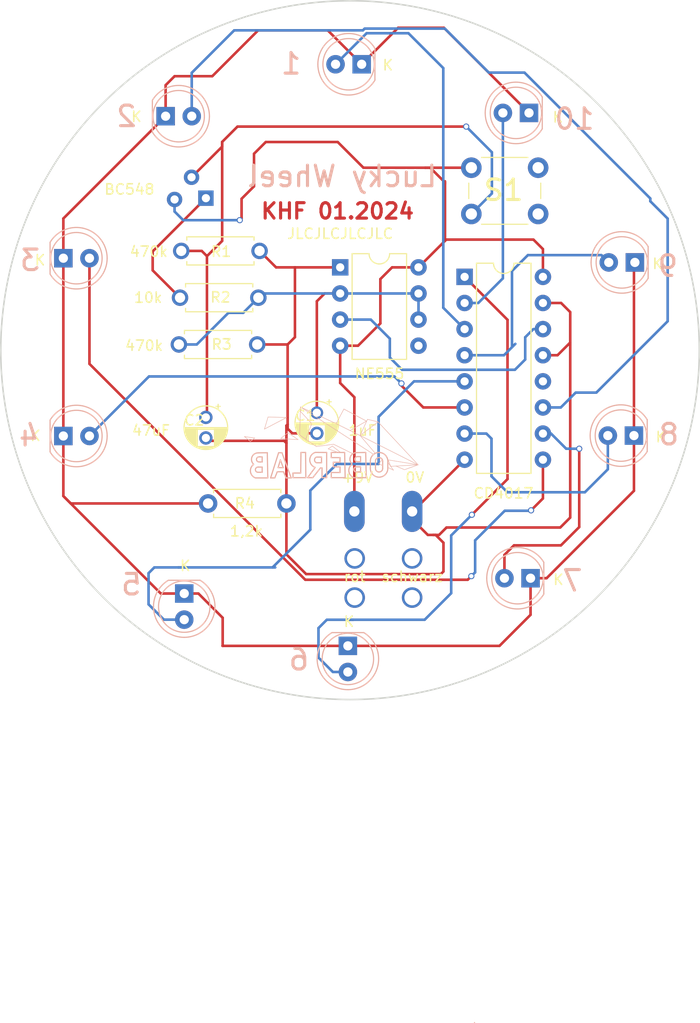
<source format=kicad_pcb>
(kicad_pcb (version 20240108) (generator "pcbnew") (generator_version "8.0")
  (layers (0 "F.Cu" signal) (31 "B.Cu" signal) (34 "B.Paste" user) (35 "F.Paste" user) (36 "B.SilkS" user "B.Silkscreen") (37 "F.SilkS" user "F.Silkscreen") (38 "B.Mask" user) (39 "F.Mask" user) (44 "Edge.Cuts" user))
  (net 0 "")
  (net 1 "Net-(C1-Pad1)")
  (net 2 "Net-(C1-Pad2)")
  (net 3 "Net-(C2-Pad1)")
  (net 4 "Net-(D1-Pad2)")
  (net 5 "Net-(D2-Pad2)")
  (net 6 "Net-(D3-Pad2)")
  (net 7 "Net-(D4-Pad2)")
  (net 8 "Net-(D10-Pad1)")
  (net 9 "Net-(D5-Pad2)")
  (net 10 "Net-(D6-Pad2)")
  (net 11 "Net-(D7-Pad2)")
  (net 12 "Net-(D8-Pad2)")
  (net 13 "Net-(D9-Pad2)")
  (net 14 "Net-(D10-Pad2)")
  (net 15 "Net-(Q1-Pad1)")
  (net 16 "Net-(Q1-Pad3)")
  (net 17 "Net-(U2-Pad5)")
  (net 18 "Net-(U2-Pad3)")
  (net 19 "Net-(U3-Pad12)")
  (footprint "Capacitor_THT:CP_Radial_D4.0mm_P2.00mm" (layer "F.Cu") (at 69.47 80.83 -90)
    (property "Reference" "C1" (at 0.28 1.12 180) (layer "F.SilkS"))
    (property "Value" "1uF" (at 1.72 -4.444 180) (layer "F.SilkS"))
    (pad "1" thru_hole circle (at 0 0 270) (size 1.23 1.23) (drill 0.8) (layers "*.Cu" "*.Mask") (net 1 "Net-(C1-Pad1)"))
    (pad "2" thru_hole circle (at 2 0 270) (size 1.3 1.3) (drill 0.8) (layers "*.Cu" "*.Mask") (net 2 "Net-(C1-Pad2)"))
  )
  (footprint "Resistor_THT:R_Axial_DIN0207_L6.3mm_D2.5mm_P7.62mm_Horizontal" (layer "F.Cu") (at 56.16 69.64)
    (property "Reference" "R2" (at 3.93 -0.04 0) (layer "F.SilkS"))
    (property "Value" "10k" (at -3.1 -0.01 0) (layer "F.SilkS"))
    (pad "1" thru_hole circle (at 0 0) (size 1.6 1.6) (drill 1) (layers "*.Cu" "*.Mask") (net 15 "Net-(Q1-Pad1)"))
    (pad "2" thru_hole oval (at 7.62 0) (size 1.6 1.6) (drill 1) (layers "*.Cu" "*.Mask") (net 1 "Net-(C1-Pad1)"))
  )
  (footprint "Resistor_THT:R_Axial_DIN0207_L6.3mm_D2.5mm_P7.62mm_Horizontal" (layer "F.Cu") (at 56.05 74.19)
    (property "Reference" "R3" (at 4.16 -0.01 0) (layer "F.SilkS"))
    (property "Value" "470k" (at -3.39 0.11 0) (layer "F.SilkS"))
    (pad "1" thru_hole circle (at 0 0) (size 1.6 1.6) (drill 1) (layers "*.Cu" "*.Mask") (net 1 "Net-(C1-Pad1)"))
    (pad "2" thru_hole oval (at 7.62 0) (size 1.6 1.6) (drill 1) (layers "*.Cu" "*.Mask") (net 2 "Net-(C1-Pad2)"))
  )
  (footprint "Resistor_THT:R_Axial_DIN0207_L6.3mm_D2.5mm_P7.62mm_Horizontal" (layer "F.Cu") (at 58.89 89.65)
    (property "Reference" "R4" (at 3.57 -0.01 0) (layer "F.SilkS"))
    (property "Value" "1,2k" (at 3.73 2.7 0) (layer "F.SilkS"))
    (pad "1" thru_hole circle (at 0 0) (size 1.8 1.8) (drill 1) (layers "*.Cu" "*.Mask") (net 8 "Net-(D10-Pad1)"))
    (pad "2" thru_hole oval (at 7.62 0) (size 1.8 1.8) (drill 1) (layers "*.Cu" "*.Mask") (net 2 "Net-(C1-Pad2)"))
  )
  (footprint "KHF_LIB:LP" (layer "F.Cu") (at 73.12 90.424)
    (property "Reference" "+9V" (at 0.286 -3.302 0) (layer "F.SilkS"))
    (property "Value" "LP")
    (pad "1" thru_hole oval (at 0 0) (size 2 4) (drill 1) (layers "*.Cu" "*.Mask") (net 16 "Net-(Q1-Pad3)"))
  )
  (footprint "Package_DIP:DIP-8_W7.62mm" (layer "F.Cu") (at 71.74 66.69)
    (property "Reference" "U2")
    (property "Value" "NE555" (at 3.83 10.35 0) (layer "F.SilkS"))
    (pad "1" thru_hole rect (at 0 0) (size 1.6 1.6) (drill 0.8) (layers "*.Cu" "*.Mask") (net 2 "Net-(C1-Pad2)"))
    (pad "2" thru_hole oval (at 0 2.54) (size 1.6 1.6) (drill 0.8) (layers "*.Cu" "*.Mask") (net 1 "Net-(C1-Pad1)"))
    (pad "3" thru_hole oval (at 0 5.08) (size 1.6 1.6) (drill 0.8) (layers "*.Cu" "*.Mask") (net 18 "Net-(U2-Pad3)"))
    (pad "4" thru_hole oval (at 0 7.62) (size 1.6 1.6) (drill 0.8) (layers "*.Cu" "*.Mask") (net 16 "Net-(Q1-Pad3)"))
    (pad "5" thru_hole oval (at 7.62 7.62) (size 1.6 1.6) (drill 0.8) (layers "*.Cu" "*.Mask") (net 17 "Net-(U2-Pad5)"))
    (pad "6" thru_hole oval (at 7.62 5.08) (size 1.6 1.6) (drill 0.8) (layers "*.Cu" "*.Mask") (net 1 "Net-(C1-Pad1)"))
    (pad "7" thru_hole oval (at 7.62 2.54) (size 1.6 1.6) (drill 0.8) (layers "*.Cu" "*.Mask") (net 1 "Net-(C1-Pad1)"))
    (pad "8" thru_hole oval (at 7.62 0) (size 1.6 1.6) (drill 0.8) (layers "*.Cu" "*.Mask") (net 16 "Net-(Q1-Pad3)"))
  )
  (footprint "Package_DIP:DIP-16_W7.62mm" (layer "F.Cu") (at 83.845001 67.615001)
    (property "Reference" "U3")
    (property "Value" "CD4017" (at 3.784999 21.044999 0) (layer "F.SilkS"))
    (pad "1" thru_hole rect (at 0 0) (size 1.6 1.6) (drill 0.8) (layers "*.Cu" "*.Mask") (net 10 "Net-(D6-Pad2)"))
    (pad "2" thru_hole oval (at 0 2.54) (size 1.6 1.6) (drill 0.8) (layers "*.Cu" "*.Mask") (net 5 "Net-(D2-Pad2)"))
    (pad "3" thru_hole oval (at 0 5.08) (size 1.6 1.6) (drill 0.8) (layers "*.Cu" "*.Mask") (net 4 "Net-(D1-Pad2)"))
    (pad "4" thru_hole oval (at 0 7.62) (size 1.6 1.6) (drill 0.8) (layers "*.Cu" "*.Mask") (net 6 "Net-(D3-Pad2)"))
    (pad "5" thru_hole oval (at 0 10.16) (size 1.6 1.6) (drill 0.8) (layers "*.Cu" "*.Mask") (net 11 "Net-(D7-Pad2)"))
    (pad "6" thru_hole oval (at 0 12.7) (size 1.6 1.6) (drill 0.8) (layers "*.Cu" "*.Mask") (net 12 "Net-(D8-Pad2)"))
    (pad "7" thru_hole oval (at 0 15.24) (size 1.6 1.6) (drill 0.8) (layers "*.Cu" "*.Mask") (net 7 "Net-(D4-Pad2)"))
    (pad "8" thru_hole oval (at 0 17.78) (size 1.6 1.6) (drill 0.8) (layers "*.Cu" "*.Mask") (net 2 "Net-(C1-Pad2)"))
    (pad "9" thru_hole oval (at 7.62 17.78) (size 1.6 1.6) (drill 0.8) (layers "*.Cu" "*.Mask") (net 13 "Net-(D9-Pad2)"))
    (pad "10" thru_hole oval (at 7.62 15.24) (size 1.6 1.6) (drill 0.8) (layers "*.Cu" "*.Mask") (net 9 "Net-(D5-Pad2)"))
    (pad "11" thru_hole oval (at 7.62 12.7) (size 1.6 1.6) (drill 0.8) (layers "*.Cu" "*.Mask") (net 14 "Net-(D10-Pad2)"))
    (pad "12" thru_hole oval (at 7.62 10.16) (size 1.6 1.6) (drill 0.8) (layers "*.Cu" "*.Mask") (net 19 "Net-(U3-Pad12)"))
    (pad "13" thru_hole oval (at 7.62 7.62) (size 1.6 1.6) (drill 0.8) (layers "*.Cu" "*.Mask") (net 2 "Net-(C1-Pad2)"))
    (pad "14" thru_hole oval (at 7.62 5.08) (size 1.6 1.6) (drill 0.8) (layers "*.Cu" "*.Mask") (net 18 "Net-(U2-Pad3)"))
    (pad "15" thru_hole oval (at 7.62 2.54) (size 1.6 1.6) (drill 0.8) (layers "*.Cu" "*.Mask") (net 2 "Net-(C1-Pad2)"))
    (pad "16" thru_hole oval (at 7.62 0) (size 1.6 1.6) (drill 0.8) (layers "*.Cu" "*.Mask") (net 16 "Net-(Q1-Pad3)"))
  )
  (footprint "KHF_LIB:LP" (layer "F.Cu") (at 78.74 90.424)
    (property "Reference" "0V" (at 0.26 -3.302 0) (layer "F.SilkS"))
    (property "Value" "LP_GND")
    (pad "1" thru_hole oval (at 0 0) (size 2 4) (drill 1) (layers "*.Cu" "*.Mask") (net 2 "Net-(C1-Pad2)"))
  )
  (footprint "Button_Switch_THT:SW_PUSH_6mm_H5mm" (layer "F.Cu") (at 84.5 57)
    (property "Reference" "S1" (at 3.13 2.182 0) (layer "F.SilkS") (effects (font (size 2 2) (thickness 0.3))))
    (property "Value" "SW_PUSH_6mm_H5mm")
    (pad "1" thru_hole circle (at 0 0 90) (size 2 2) (drill 1.1) (layers "*.Cu" "*.Mask") (net 16 "Net-(Q1-Pad3)"))
    (pad "1" thru_hole circle (at 6.5 0 90) (size 2 2) (drill 1.1) (layers "*.Cu" "*.Mask"))
    (pad "2" thru_hole circle (at 0 4.5 90) (size 2 2) (drill 1.1) (layers "*.Cu" "*.Mask") (net 3 "Net-(C2-Pad1)"))
    (pad "2" thru_hole circle (at 6.5 4.5 90) (size 2 2) (drill 1.1) (layers "*.Cu" "*.Mask"))
  )
  (footprint "Capacitor_THT:CP_Radial_D4.0mm_P2.00mm" (layer "F.Cu") (at 58.674 81.28 -90)
    (property "Reference" "C2" (at 0.28 1.12 180) (layer "F.SilkS"))
    (property "Value" "47uF" (at 1.27 5.334 180) (layer "F.SilkS"))
    (pad "1" thru_hole circle (at 0 0 270) (size 1.3 1.3) (drill 0.8) (layers "*.Cu" "*.Mask") (net 3 "Net-(C2-Pad1)"))
    (pad "2" thru_hole circle (at 2 0 270) (size 1.3 1.3) (drill 0.8) (layers "*.Cu" "*.Mask") (net 2 "Net-(C1-Pad2)"))
  )
  (footprint "!Goody:LP" (layer "F.Cu") (at 73.152 98.806)
    (property "Reference" "LP")
    (property "Value" "LP")
    (pad "1" thru_hole circle (at 0 0) (size 2 2) (drill 1.5) (layers "*.Cu" "*.Mask"))
  )
  (footprint "!Goody:LP" (layer "F.Cu") (at 78.74 98.806)
    (property "Reference" "LP")
    (property "Value" "LP")
    (pad "1" thru_hole circle (at 0 0) (size 2 2) (drill 1.5) (layers "*.Cu" "*.Mask"))
  )
  (footprint "!Goody:LP" (layer "F.Cu") (at 78.74 94.996)
    (property "Reference" "LP")
    (property "Value" "LP")
    (pad "1" thru_hole circle (at 0 0) (size 2 2) (drill 1.5) (layers "*.Cu" "*.Mask"))
  )
  (footprint "!Goody:ob-logo_B.SilkS" (layer "F.Cu") (at 76.2 101.092)
    (property "Reference" "G***" (hide yes))
    (property "Value" "LOGO" (hide yes))
  )
  (footprint "Resistor_THT:R_Axial_DIN0207_L6.3mm_D2.5mm_P7.62mm_Horizontal" (layer "F.Cu") (at 56.28 65.09)
    (property "Reference" "R1" (at 3.88 0.07 0) (layer "F.SilkS"))
    (property "Value" "470k" (at -3.16 0.07 0) (layer "F.SilkS"))
    (pad "1" thru_hole circle (at 0 0) (size 1.6 1.6) (drill 1) (layers "*.Cu" "*.Mask") (net 3 "Net-(C2-Pad1)"))
    (pad "2" thru_hole oval (at 7.62 0) (size 1.6 1.6) (drill 1) (layers "*.Cu" "*.Mask") (net 2 "Net-(C1-Pad2)"))
  )
  (footprint "!Goody:LP" (layer "F.Cu") (at 73.152 94.996)
    (property "Reference" "LP")
    (property "Value" "LP")
    (pad "1" thru_hole circle (at 0 0) (size 2 2) (drill 1.5) (layers "*.Cu" "*.Mask"))
  )
  (footprint "LED_THT:LED_D5.0mm" (layer "B.Cu") (at 73.83 46.94 180)
    (property "Reference" "1" (at 6.87 0.05 0) (layer "B.SilkS") (effects (font (size 2 2) (thickness 0.3)) (justify mirror)))
    (property "Value" "LED")
    (pad "1" thru_hole rect (at 0 0 180) (size 1.8 1.8) (drill 0.9) (layers "*.Cu" "*.Mask") (net 8 "Net-(D10-Pad1)"))
    (pad "2" thru_hole circle (at 2.54 0 180) (size 1.8 1.8) (drill 0.9) (layers "*.Cu" "*.Mask") (net 4 "Net-(D1-Pad2)"))
  )
  (footprint "LED_THT:LED_D5.0mm" (layer "B.Cu") (at 90.11 51.67 180)
    (property "Reference" "2" (at 39.16 -0.33 0) (layer "B.SilkS") (effects (font (size 2 2) (thickness 0.3)) (justify mirror)))
    (property "Value" "LED")
    (pad "1" thru_hole rect (at 0 0 180) (size 1.8 1.8) (drill 0.9) (layers "*.Cu" "*.Mask") (net 8 "Net-(D10-Pad1)"))
    (pad "2" thru_hole circle (at 2.54 0 180) (size 1.8 1.8) (drill 0.9) (layers "*.Cu" "*.Mask") (net 5 "Net-(D2-Pad2)"))
  )
  (footprint "LED_THT:LED_D5.0mm" (layer "B.Cu") (at 100.41 66.21 180)
    (property "Reference" "3" (at 58.84 0.21 0) (layer "B.SilkS") (effects (font (size 2 2) (thickness 0.3)) (justify mirror)))
    (property "Value" "LED")
    (pad "1" thru_hole rect (at 0 0 180) (size 1.8 1.8) (drill 0.9) (layers "*.Cu" "*.Mask") (net 8 "Net-(D10-Pad1)"))
    (pad "2" thru_hole circle (at 2.54 0 180) (size 1.8 1.8) (drill 0.9) (layers "*.Cu" "*.Mask") (net 6 "Net-(D3-Pad2)"))
  )
  (footprint "LED_THT:LED_D5.0mm" (layer "B.Cu") (at 100.32 83.05 180)
    (property "Reference" "4" (at 58.85 0 0) (layer "B.SilkS") (effects (font (size 2 2) (thickness 0.3)) (justify mirror)))
    (property "Value" "LED")
    (pad "1" thru_hole rect (at 0 0 180) (size 1.8 1.8) (drill 0.9) (layers "*.Cu" "*.Mask") (net 8 "Net-(D10-Pad1)"))
    (pad "2" thru_hole circle (at 2.54 0 180) (size 1.8 1.8) (drill 0.9) (layers "*.Cu" "*.Mask") (net 7 "Net-(D4-Pad2)"))
  )
  (footprint "LED_THT:LED_D5.0mm" (layer "B.Cu") (at 90.26 96.92 180)
    (property "Reference" "5" (at 38.84 -0.62 0) (layer "B.SilkS") (effects (font (size 2 2) (thickness 0.3)) (justify mirror)))
    (property "Value" "LED")
    (pad "1" thru_hole rect (at 0 0 180) (size 1.8 1.8) (drill 0.9) (layers "*.Cu" "*.Mask") (net 8 "Net-(D10-Pad1)"))
    (pad "2" thru_hole circle (at 2.54 0 180) (size 1.8 1.8) (drill 0.9) (layers "*.Cu" "*.Mask") (net 9 "Net-(D5-Pad2)"))
  )
  (footprint "LED_THT:LED_D5.0mm" (layer "B.Cu") (at 72.49 103.5 -90)
    (property "Reference" "6" (at 1.34 4.77 180) (layer "B.SilkS") (effects (font (size 2 2) (thickness 0.3)) (justify mirror)))
    (property "Value" "LED")
    (pad "1" thru_hole rect (at 0 0 270) (size 1.8 1.8) (drill 0.9) (layers "*.Cu" "*.Mask") (net 8 "Net-(D10-Pad1)"))
    (pad "2" thru_hole circle (at 2.54 0 270) (size 1.8 1.8) (drill 0.9) (layers "*.Cu" "*.Mask") (net 10 "Net-(D6-Pad2)"))
  )
  (footprint "LED_THT:LED_D5.0mm" (layer "B.Cu") (at 56.57 98.41 -90)
    (property "Reference" "7" (at -1.24 -37.77 180) (layer "B.SilkS") (effects (font (size 2 2) (thickness 0.3)) (justify mirror)))
    (property "Value" "LED")
    (pad "1" thru_hole rect (at 0 0 270) (size 1.8 1.8) (drill 0.9) (layers "*.Cu" "*.Mask") (net 8 "Net-(D10-Pad1)"))
    (pad "2" thru_hole circle (at 2.54 0 270) (size 1.8 1.8) (drill 0.9) (layers "*.Cu" "*.Mask") (net 11 "Net-(D7-Pad2)"))
  )
  (footprint "LED_THT:LED_D5.0mm" (layer "B.Cu") (at 44.81 83.09)
    (property "Reference" "8" (at 58.91 -0.14 0) (layer "B.SilkS") (effects (font (size 2 2) (thickness 0.3)) (justify mirror)))
    (property "Value" "LED")
    (pad "1" thru_hole rect (at 0 0) (size 1.8 1.8) (drill 0.9) (layers "*.Cu" "*.Mask") (net 8 "Net-(D10-Pad1)"))
    (pad "2" thru_hole circle (at 2.54 0) (size 1.8 1.8) (drill 0.9) (layers "*.Cu" "*.Mask") (net 12 "Net-(D8-Pad2)"))
  )
  (footprint "LED_THT:LED_D5.0mm" (layer "B.Cu") (at 44.81 65.8)
    (property "Reference" "9" (at 58.81 0.76 0) (layer "B.SilkS") (effects (font (size 2 2) (thickness 0.3)) (justify mirror)))
    (property "Value" "LED")
    (pad "1" thru_hole rect (at 0 0) (size 1.8 1.8) (drill 0.9) (layers "*.Cu" "*.Mask") (net 8 "Net-(D10-Pad1)"))
    (pad "2" thru_hole circle (at 2.54 0) (size 1.8 1.8) (drill 0.9) (layers "*.Cu" "*.Mask") (net 13 "Net-(D9-Pad2)"))
  )
  (footprint "LED_THT:LED_D5.0mm" (layer "B.Cu") (at 54.76 51.99)
    (property "Reference" "10" (at 39.77 0.27 0) (layer "B.SilkS") (effects (font (size 2 2) (thickness 0.3)) (justify mirror)))
    (property "Value" "LED")
    (pad "1" thru_hole rect (at 0 0) (size 1.8 1.8) (drill 0.9) (layers "*.Cu" "*.Mask") (net 8 "Net-(D10-Pad1)"))
    (pad "2" thru_hole circle (at 2.54 0) (size 1.8 1.8) (drill 0.9) (layers "*.Cu" "*.Mask") (net 14 "Net-(D10-Pad2)"))
  )
  (footprint "!Goody:TO-92_Wide" (layer "B.Cu") (at 59.82 59.58 180)
    (property "Reference" "REF**" (hide yes))
    (property "Value" "TO-92")
    (pad "1" thru_hole rect (at 1.143 -0.381 180) (size 1.5 1.5) (drill 0.8) (layers "*.Cu" "*.Mask") (net 15 "Net-(Q1-Pad1)"))
    (pad "2" thru_hole circle (at 2.54 1.651 180) (size 1.5 1.5) (drill 0.8) (layers "*.Cu" "*.Mask") (net 3 "Net-(C2-Pad1)"))
    (pad "3" thru_hole circle (at 4.191 -0.508 180) (size 1.5 1.5) (drill 0.8) (layers "*.Cu" "*.Mask") (net 16 "Net-(Q1-Pad3)"))
  )
  (gr_circle (center 72.7 74.742299) (end 42.51 59.152299) (stroke (width 0.15)) (fill none) (layer "Edge.Cuts"))
  (gr_text "KHF 01.2024" (at 63.89 62.1 0) (layer "F.Cu") (effects (font (size 1.5 1.5) (thickness 0.3) (bold yes)) (justify left bottom)))
  (gr_text "Lucky Wheel" (at 71.94 57.84 0) (layer "B.SilkS") (effects (font (size 2 2) (thickness 0.3)) (justify mirror)))
  (gr_text "K" (at 51.92 52.04 0) (layer "F.SilkS") (effects (font (size 1 1))))
  (gr_text "K" (at 72.595 101.14 0) (layer "F.SilkS") (effects (font (size 1 1))))
  (gr_text "K" (at 92.92 52.09 0) (layer "F.SilkS") (effects (font (size 1 1))))
  (gr_text "schwarz" (at 78.74 96.774 0) (layer "F.SilkS") (effects (font (size 1 1))))
  (gr_text "K" (at 42.095 83.065 0) (layer "F.SilkS") (effects (font (size 1 1))))
  (gr_text "rot" (at 73.152 96.774 0) (layer "F.SilkS") (effects (font (size 1 1))))
  (gr_text "K" (at 92.97 97.065 0) (layer "F.SilkS") (effects (font (size 1 1))))
  (gr_text "K" (at 102.945 83.19 0) (layer "F.SilkS") (effects (font (size 1 1))))
  (gr_text "K" (at 76.375 47.025 0) (layer "F.SilkS") (effects (font (size 1 1))))
  (gr_text "K" (at 42.545 65.99 0) (layer "F.SilkS") (effects (font (size 1 1))))
  (gr_text "BC548" (at 48.71 59.69 0) (layer "F.SilkS") (effects (font (size 1 1)) (justify left bottom)))
  (gr_text "K" (at 102.62 66.34 0) (layer "F.SilkS") (effects (font (size 1 1))))
  (gr_text "K" (at 56.67 95.715 0) (layer "F.SilkS") (effects (font (size 1 1))))
  (gr_text "JLCJLCJLCJLC" (at 66.5 64 0) (layer "F.SilkS") (effects (font (size 1 1)) (justify left bottom)))
  (segment (start 69.47 69.99) (end 69.47 80.83) (width 0.25) (layer "F.Cu") (net 1))
  (segment (start 70.23 69.23) (end 69.47 69.99) (width 0.25) (layer "F.Cu") (net 1))
  (segment (start 71.74 69.23) (end 70.23 69.23) (width 0.25) (layer "F.Cu") (net 1))
  (segment (start 71.74 69.23) (end 79.36 69.23) (width 0.25) (layer "B.Cu") (net 1))
  (segment (start 57.79 74.19) (end 60.87 71.11) (width 0.25) (layer "B.Cu") (net 1))
  (segment (start 64.19 69.23) (end 63.78 69.64) (width 0.25) (layer "B.Cu") (net 1))
  (segment (start 62.31 71.11) (end 63.78 69.64) (width 0.25) (layer "B.Cu") (net 1))
  (segment (start 71.74 69.23) (end 64.19 69.23) (width 0.25) (layer "B.Cu") (net 1))
  (segment (start 79.36 69.23) (end 79.36 71.77) (width 0.25) (layer "B.Cu") (net 1))
  (segment (start 60.87 71.11) (end 62.31 71.11) (width 0.25) (layer "B.Cu") (net 1))
  (segment (start 56.05 74.19) (end 57.79 74.19) (width 0.25) (layer "B.Cu") (net 1))
  (segment (start 66.51 94.6) (end 66.51 89.65) (width 0.25) (layer "F.Cu") (net 2))
  (segment (start 66.51 94.6) (end 68.43 96.52) (width 0.25) (layer "F.Cu") (net 2))
  (segment (start 66.51 89.65) (end 66.51 83.78) (width 0.25) (layer "F.Cu") (net 2))
  (segment (start 71.74 66.69) (end 67.34 66.69) (width 0.25) (layer "F.Cu") (net 2))
  (segment (start 66.51 82.08) (end 66.63 81.96) (width 0.25) (layer "F.Cu") (net 2))
  (segment (start 76.708 96.52) (end 68.43 96.52) (width 0.25) (layer "F.Cu") (net 2))
  (segment (start 94.12 71.04) (end 94.12 74) (width 0.25) (layer "F.Cu") (net 2))
  (segment (start 76.708 96.52) (end 81.534 96.52) (width 0.25) (layer "F.Cu") (net 2))
  (segment (start 78.74 90.500002) (end 83.845001 85.395001) (width 0.25) (layer "F.Cu") (net 2))
  (segment (start 81.534 96.52) (end 81.788 96.266) (width 0.25) (layer "F.Cu") (net 2))
  (segment (start 76.962 96.52) (end 76.708 96.52) (width 0.25) (layer "F.Cu") (net 2))
  (segment (start 66.51 83.78) (end 66.51 82.08) (width 0.25) (layer "F.Cu") (net 2))
  (segment (start 66.29 83.56) (end 66.51 83.78) (width 0.25) (layer "F.Cu") (net 2))
  (segment (start 66.63 81.96) (end 66.63 82.38) (width 0.25) (layer "F.Cu") (net 2))
  (segment (start 81.026 92.71) (end 80.772 92.71) (width 0.25) (layer "F.Cu") (net 2))
  (segment (start 66.63 74.19) (end 67.34 73.48) (width 0.25) (layer "F.Cu") (net 2))
  (segment (start 81.364 92.71) (end 80.772 92.71) (width 0.25) (layer "F.Cu") (net 2))
  (segment (start 81.788 96.266) (end 81.788 93.472) (width 0.25) (layer "F.Cu") (net 2))
  (segment (start 78.74 91.186) (end 78.74 90.424) (width 0.25) (layer "F.Cu") (net 2))
  (segment (start 93.15 91.99) (end 82.084 91.99) (width 0.25) (layer "F.Cu") (net 2))
  (segment (start 82.084 91.99) (end 81.364 92.71) (width 0.25) (layer "F.Cu") (net 2))
  (segment (start 67.34 73.48) (end 67.34 66.69) (width 0.25) (layer "F.Cu") (net 2))
  (segment (start 93.235001 70.155001) (end 94.12 71.04) (width 0.25) (layer "F.Cu") (net 2))
  (segment (start 92.884999 75.235001) (end 91.465001 75.235001) (width 0.25) (layer "F.Cu") (net 2))
  (segment (start 58.954 83.56) (end 58.674 83.28) (width 0.25) (layer "F.Cu") (net 2))
  (segment (start 91.465001 70.155001) (end 93.235001 70.155001) (width 0.25) (layer "F.Cu") (net 2))
  (segment (start 67.34 66.69) (end 65.5 66.69) (width 0.25) (layer "F.Cu") (net 2))
  (segment (start 66.63 82.38) (end 67.08 82.83) (width 0.25) (layer "F.Cu") (net 2))
  (segment (start 80.772 92.71) (end 80.264 92.71) (width 0.25) (layer "F.Cu") (net 2))
  (segment (start 94.12 74) (end 94.12 91.02) (width 0.25) (layer "F.Cu") (net 2))
  (segment (start 94.12 91.02) (end 93.15 91.99) (width 0.25) (layer "F.Cu") (net 2))
  (segment (start 66.29 83.56) (end 58.954 83.56) (width 0.25) (layer "F.Cu") (net 2))
  (segment (start 66.63 74.19) (end 66.63 81.96) (width 0.25) (layer "F.Cu") (net 2))
  (segment (start 94.12 74) (end 92.884999 75.235001) (width 0.25) (layer "F.Cu") (net 2))
  (segment (start 81.788 93.472) (end 81.026 92.71) (width 0.25) (layer "F.Cu") (net 2))
  (segment (start 65.5 66.69) (end 63.9 65.09) (width 0.25) (layer "F.Cu") (net 2))
  (segment (start 63.67 74.19) (end 66.63 74.19) (width 0.25) (layer "F.Cu") (net 2))
  (segment (start 67.08 82.83) (end 69.47 82.83) (width 0.25) (layer "F.Cu") (net 2))
  (segment (start 80.264 92.71) (end 78.74 91.186) (width 0.25) (layer "F.Cu") (net 2))
  (segment (start 58.27 65.09) (end 58.78 65.6) (width 0.25) (layer "F.Cu") (net 3))
  (segment (start 58.78 81.174) (end 58.674 81.28) (width 0.25) (layer "F.Cu") (net 3))
  (segment (start 56.28 65.09) (end 58.27 65.09) (width 0.25) (layer "F.Cu") (net 3))
  (segment (start 61.75 53) (end 60.26 54.49) (width 0.25) (layer "F.Cu") (net 3))
  (segment (start 60.26 54.949) (end 60.26 54.49) (width 0.25) (layer "F.Cu") (net 3))
  (segment (start 60.26 64.12) (end 58.78 65.6) (width 0.25) (layer "F.Cu") (net 3))
  (segment (start 58.78 65.6) (end 58.78 81.174) (width 0.25) (layer "F.Cu") (net 3))
  (segment (start 57.28 57.929) (end 60.26 54.949) (width 0.25) (layer "F.Cu") (net 3))
  (segment (start 60.26 54.49) (end 60.26 64.12) (width 0.25) (layer "F.Cu") (net 3))
  (segment (start 84 53) (end 61.75 53) (width 0.25) (layer "F.Cu") (net 3))
  (via (at 84 53) (size 0.6) (drill 0.4) (layers "F.Cu" "B.Cu") (net 3))
  (segment (start 86.5 59.5) (end 86.5 56) (width 0.25) (layer "B.Cu") (net 3))
  (segment (start 86.5 56) (end 86.5 55.5) (width 0.25) (layer "B.Cu") (net 3))
  (segment (start 84.5 61.5) (end 86.5 59.5) (width 0.25) (layer "B.Cu") (net 3))
  (segment (start 86.5 55.5) (end 84 53) (width 0.25) (layer "B.Cu") (net 3))
  (segment (start 81.77 70.62) (end 83.845001 72.695001) (width 0.25) (layer "B.Cu") (net 4))
  (segment (start 78.38 43.92) (end 81.77 47.31) (width 0.25) (layer "B.Cu") (net 4))
  (segment (start 81.77 47.31) (end 81.77 70.62) (width 0.25) (layer "B.Cu") (net 4))
  (segment (start 71.29 46.94) (end 74.31 43.92) (width 0.25) (layer "B.Cu") (net 4))
  (segment (start 74.31 43.92) (end 78.38 43.92) (width 0.25) (layer "B.Cu") (net 4))
  (segment (start 87.57 51.67) (end 87.57 67.76) (width 0.25) (layer "B.Cu") (net 5))
  (segment (start 87.57 67.76) (end 85.174999 70.155001) (width 0.25) (layer "B.Cu") (net 5))
  (segment (start 85.174999 70.155001) (end 83.845001 70.155001) (width 0.25) (layer "B.Cu") (net 5))
  (segment (start 97.16 65.5) (end 97.87 66.21) (width 0.25) (layer "B.Cu") (net 6))
  (segment (start 88.455 74.455) (end 88.455 67.045) (width 0.25) (layer "B.Cu") (net 6))
  (segment (start 88.78 74.13) (end 88.455 74.455) (width 0.25) (layer "B.Cu") (net 6))
  (segment (start 88.455 67.045) (end 90 65.5) (width 0.25) (layer "B.Cu") (net 6))
  (segment (start 88.455 74.455) (end 87.674999 75.235001) (width 0.25) (layer "B.Cu") (net 6))
  (segment (start 87.674999 75.235001) (end 83.845001 75.235001) (width 0.25) (layer "B.Cu") (net 6))
  (segment (start 90 65.5) (end 97.16 65.5) (width 0.25) (layer "B.Cu") (net 6))
  (segment (start 97.78 83.05) (end 97.78 86.33) (width 0.25) (layer "B.Cu") (net 7))
  (segment (start 86.46 87.01) (end 86.46 83.35) (width 0.25) (layer "B.Cu") (net 7))
  (segment (start 86.46 83.35) (end 85.965001 82.855001) (width 0.25) (layer "B.Cu") (net 7))
  (segment (start 85.965001 82.855001) (end 83.845001 82.855001) (width 0.25) (layer "B.Cu") (net 7))
  (segment (start 97.78 86.33) (end 95.55 88.56) (width 0.25) (layer "B.Cu") (net 7))
  (segment (start 88.01 88.56) (end 86.46 87.01) (width 0.25) (layer "B.Cu") (net 7))
  (segment (start 95.55 88.56) (end 88.01 88.56) (width 0.25) (layer "B.Cu") (net 7))
  (segment (start 100.32 83.05) (end 100.32 66.3) (width 0.25) (layer "F.Cu") (net 8))
  (segment (start 90.26 100.48) (end 87.24 103.5) (width 0.25) (layer "F.Cu") (net 8))
  (segment (start 57.95 98.41) (end 60.31 100.77) (width 0.25) (layer "F.Cu") (net 8))
  (segment (start 58.89 89.65) (end 45.53 89.65) (width 0.25) (layer "F.Cu") (net 8))
  (segment (start 54.76 48.97) (end 54.76 51.99) (width 0.25) (layer "F.Cu") (net 8))
  (segment (start 54.29 98.41) (end 56.57 98.41) (width 0.25) (layer "F.Cu") (net 8))
  (segment (start 45.53 89.65) (end 44.925 89.045) (width 0.25) (layer "F.Cu") (net 8))
  (segment (start 90.26 96.92) (end 90.26 100.48) (width 0.25) (layer "F.Cu") (net 8))
  (segment (start 60.31 100.77) (end 60.31 103.5) (width 0.25) (layer "F.Cu") (net 8))
  (segment (start 44.81 88.93) (end 44.81 83.09) (width 0.25) (layer "F.Cu") (net 8))
  (segment (start 54.29 98.41) (end 44.925 89.045) (width 0.25) (layer "F.Cu") (net 8))
  (segment (start 73.83 46.94) (end 70.53 43.64) (width 0.25) (layer "F.Cu") (net 8))
  (segment (start 59.3 48.1) (end 55.63 48.1) (width 0.25) (layer "F.Cu") (net 8))
  (segment (start 100.32 66.3) (end 100.41 66.21) (width 0.25) (layer "F.Cu") (net 8))
  (segment (start 56.57 98.41) (end 57.95 98.41) (width 0.25) (layer "F.Cu") (net 8))
  (segment (start 44.925 89.045) (end 44.81 88.93) (width 0.25) (layer "F.Cu") (net 8))
  (segment (start 70.53 43.64) (end 63.76 43.64) (width 0.25) (layer "F.Cu") (net 8))
  (segment (start 90.26 96.92) (end 91.82 96.92) (width 0.25) (layer "F.Cu") (net 8))
  (segment (start 81.83 43.39) (end 77.38 43.39) (width 0.25) (layer "F.Cu") (net 8))
  (segment (start 77.38 43.39) (end 73.83 46.94) (width 0.25) (layer "F.Cu") (net 8))
  (segment (start 55.63 48.1) (end 54.76 48.97) (width 0.25) (layer "F.Cu") (net 8))
  (segment (start 100.32 88.42) (end 100.32 83.05) (width 0.25) (layer "F.Cu") (net 8))
  (segment (start 44.81 61.94) (end 54.76 51.99) (width 0.25) (layer "F.Cu") (net 8))
  (segment (start 44.81 65.8) (end 44.81 83.09) (width 0.25) (layer "F.Cu") (net 8))
  (segment (start 63.76 43.64) (end 59.3 48.1) (width 0.25) (layer "F.Cu") (net 8))
  (segment (start 60.31 103.5) (end 60.29 103.5) (width 0.25) (layer "F.Cu") (net 8))
  (segment (start 44.81 65.8) (end 44.81 61.94) (width 0.25) (layer "F.Cu") (net 8))
  (segment (start 72.49 103.5) (end 60.31 103.5) (width 0.25) (layer "F.Cu") (net 8))
  (segment (start 91.82 96.92) (end 100.32 88.42) (width 0.25) (layer "F.Cu") (net 8))
  (segment (start 87.24 103.5) (end 72.49 103.5) (width 0.25) (layer "F.Cu") (net 8))
  (segment (start 90.11 51.67) (end 81.83 43.39) (width 0.25) (layer "F.Cu") (net 8))
  (segment (start 87.72 96.92) (end 87.72 94.652) (width 0.25) (layer "F.Cu") (net 9))
  (segment (start 93.218 93.726) (end 94.996 91.948) (width 0.25) (layer "F.Cu") (net 9))
  (segment (start 87.72 94.652) (end 88.646 93.726) (width 0.25) (layer "F.Cu") (net 9))
  (segment (start 88.646 93.726) (end 93.218 93.726) (width 0.25) (layer "F.Cu") (net 9))
  (segment (start 94.996 91.948) (end 94.996 84.328) (width 0.25) (layer "F.Cu") (net 9))
  (via (at 94.996 84.328) (size 0.6) (drill 0.4) (layers "F.Cu" "B.Cu") (net 9))
  (segment (start 94.996 84.328) (end 93.726 84.328) (width 0.25) (layer "B.Cu") (net 9))
  (segment (start 93.726 84.328) (end 92.253001 82.855001) (width 0.25) (layer "B.Cu") (net 9))
  (segment (start 92.253001 82.855001) (end 91.465001 82.855001) (width 0.25) (layer "B.Cu") (net 9))
  (segment (start 88.02 87.28) (end 84.55 90.75) (width 0.25) (layer "F.Cu") (net 10))
  (segment (start 83.845001 67.615001) (end 88.02 71.79) (width 0.25) (layer "F.Cu") (net 10))
  (segment (start 88.02 71.79) (end 88.02 87.28) (width 0.25) (layer "F.Cu") (net 10))
  (via (at 84.55 90.75) (size 0.6) (drill 0.4) (layers "F.Cu" "B.Cu") (net 10))
  (segment (start 70.44 100.96) (end 73.01 100.96) (width 0.25) (layer "B.Cu") (net 10))
  (segment (start 82.54 98.38) (end 79.96 100.96) (width 0.25) (layer "B.Cu") (net 10))
  (segment (start 69.63 101.77) (end 70.44 100.96) (width 0.25) (layer "B.Cu") (net 10))
  (segment (start 72.49 106.04) (end 71.03 106.04) (width 0.25) (layer "B.Cu") (net 10))
  (segment (start 79.96 100.96) (end 73.01 100.96) (width 0.25) (layer "B.Cu") (net 10))
  (segment (start 82.54 92.76) (end 82.54 98.38) (width 0.25) (layer "B.Cu") (net 10))
  (segment (start 71.03 106.04) (end 69.63 104.64) (width 0.25) (layer "B.Cu") (net 10))
  (segment (start 69.63 104.64) (end 69.63 101.77) (width 0.25) (layer "B.Cu") (net 10))
  (segment (start 73.01 100.96) (end 72.49 100.96) (width 0.25) (layer "B.Cu") (net 10))
  (segment (start 84.55 90.75) (end 82.54 92.76) (width 0.25) (layer "B.Cu") (net 10))
  (segment (start 53.1 96.43) (end 53.66 95.87) (width 0.25) (layer "B.Cu") (net 11))
  (segment (start 65.166 95.87) (end 55.992 95.87) (width 0.25) (layer "B.Cu") (net 11))
  (segment (start 56.57 100.95) (end 54.59 100.95) (width 0.25) (layer "B.Cu") (net 11))
  (segment (start 65.42 95.87) (end 65.166 95.87) (width 0.25) (layer "B.Cu") (net 11))
  (segment (start 75.48 81.22) (end 75.48 85.81) (width 0.25) (layer "B.Cu") (net 11))
  (segment (start 71.416 85.81) (end 68.834 88.392) (width 0.25) (layer "B.Cu") (net 11))
  (segment (start 78.924999 77.775001) (end 83.845001 77.775001) (width 0.25) (layer "B.Cu") (net 11))
  (segment (start 55.992 95.87) (end 56.76 95.87) (width 0.25) (layer "B.Cu") (net 11))
  (segment (start 53.66 95.87) (end 55.992 95.87) (width 0.25) (layer "B.Cu") (net 11))
  (segment (start 75.48 81.22) (end 78.924999 77.775001) (width 0.25) (layer "B.Cu") (net 11))
  (segment (start 56.57 95.87) (end 56.76 95.87) (width 0.25) (layer "B.Cu") (net 11))
  (segment (start 53.1 99.46) (end 53.1 96.43) (width 0.25) (layer "B.Cu") (net 11))
  (segment (start 68.834 92.202) (end 65.166 95.87) (width 0.25) (layer "B.Cu") (net 11))
  (segment (start 68.834 88.392) (end 68.834 92.202) (width 0.25) (layer "B.Cu") (net 11))
  (segment (start 75.48 85.81) (end 71.416 85.81) (width 0.25) (layer "B.Cu") (net 11))
  (segment (start 54.59 100.95) (end 53.1 99.46) (width 0.25) (layer "B.Cu") (net 11))
  (segment (start 77.63 78.12) (end 77.63 78.05) (width 0.25) (layer "F.Cu") (net 12))
  (segment (start 79.825001 80.315001) (end 77.63 78.12) (width 0.25) (layer "F.Cu") (net 12))
  (segment (start 83.845001 80.315001) (end 79.825001 80.315001) (width 0.25) (layer "F.Cu") (net 12))
  (segment (start 77.63 78.05) (end 77.7 77.98) (width 0.25) (layer "F.Cu") (net 12))
  (via (at 77.7 77.98) (size 0.6) (drill 0.4) (layers "F.Cu" "B.Cu") (net 12))
  (segment (start 77.02 77.3) (end 53.14 77.3) (width 0.25) (layer "B.Cu") (net 12))
  (segment (start 53.14 77.3) (end 47.35 83.09) (width 0.25) (layer "B.Cu") (net 12))
  (segment (start 77.7 77.98) (end 77.02 77.3) (width 0.25) (layer "B.Cu") (net 12))
  (segment (start 84.14999 97.07001) (end 84.5 96.72) (width 0.25) (layer "F.Cu") (net 13))
  (segment (start 90.31 90.32) (end 91.465001 89.164999) (width 0.25) (layer "F.Cu") (net 13))
  (segment (start 47.35 75.87) (end 47.35 76.07641) (width 0.25) (layer "F.Cu") (net 13))
  (segment (start 47.35 76.07641) (end 68.3436 97.07001) (width 0.25) (layer "F.Cu") (net 13))
  (segment (start 68.3436 97.07001) (end 84.14999 97.07001) (width 0.25) (layer "F.Cu") (net 13))
  (segment (start 91.465001 89.164999) (end 91.465001 85.395001) (width 0.25) (layer "F.Cu") (net 13))
  (segment (start 47.35 65.8) (end 47.35 75.87) (width 0.25) (layer "F.Cu") (net 13))
  (via (at 90.31 90.32) (size 0.6) (drill 0.4) (layers "F.Cu" "B.Cu") (net 13))
  (via (at 84.5 96.72) (size 0.6) (drill 0.4) (layers "F.Cu" "B.Cu") (net 13))
  (segment (start 84.87 96.35) (end 84.87 93.24) (width 0.25) (layer "B.Cu") (net 13))
  (segment (start 87.75 90.36) (end 90.27 90.36) (width 0.25) (layer "B.Cu") (net 13))
  (segment (start 84.5 96.72) (end 84.87 96.35) (width 0.25) (layer "B.Cu") (net 13))
  (segment (start 90.27 90.36) (end 90.31 90.32) (width 0.25) (layer "B.Cu") (net 13))
  (segment (start 84.87 93.24) (end 87.75 90.36) (width 0.25) (layer "B.Cu") (net 13))
  (segment (start 103.6 61.95) (end 103.6 71.93) (width 0.25) (layer "B.Cu") (net 14))
  (segment (start 101.91 60.26) (end 103.6 61.95) (width 0.25) (layer "B.Cu") (net 14))
  (segment (start 73.95359 43.64) (end 74.1236 43.46999) (width 0.25) (layer "B.Cu") (net 14))
  (segment (start 57.3 47.77) (end 61.43 43.64) (width 0.25) (layer "B.Cu") (net 14))
  (segment (start 101.91 59.99) (end 101.91 60.26) (width 0.25) (layer "B.Cu") (net 14))
  (segment (start 74.1236 43.46999) (end 81.91999 43.46999) (width 0.25) (layer "B.Cu") (net 14))
  (segment (start 94.65 78.87) (end 93.204999 80.315001) (width 0.25) (layer "B.Cu") (net 14))
  (segment (start 86.2 47.75) (end 89.67 47.75) (width 0.25) (layer "B.Cu") (net 14))
  (segment (start 93.204999 80.315001) (end 91.465001 80.315001) (width 0.25) (layer "B.Cu") (net 14))
  (segment (start 103.6 71.93) (end 96.66 78.87) (width 0.25) (layer "B.Cu") (net 14))
  (segment (start 96.66 78.87) (end 94.65 78.87) (width 0.25) (layer "B.Cu") (net 14))
  (segment (start 57.3 51.99) (end 57.3 47.77) (width 0.25) (layer "B.Cu") (net 14))
  (segment (start 81.91999 43.46999) (end 86.2 47.75) (width 0.25) (layer "B.Cu") (net 14))
  (segment (start 61.43 43.64) (end 73.95359 43.64) (width 0.25) (layer "B.Cu") (net 14))
  (segment (start 89.67 47.75) (end 101.91 59.99) (width 0.25) (layer "B.Cu") (net 14))
  (segment (start 53.5 65.138) (end 53.5 66.98) (width 0.25) (layer "F.Cu") (net 15))
  (segment (start 53.5 66.98) (end 56.16 69.64) (width 0.25) (layer "F.Cu") (net 15))
  (segment (start 58.677 59.961) (end 53.5 65.138) (width 0.25) (layer "F.Cu") (net 15))
  (segment (start 82.06 63.99) (end 90.54 63.99) (width 0.25) (layer "F.Cu") (net 16))
  (segment (start 80 57) (end 74 57) (width 0.25) (layer "F.Cu") (net 16))
  (segment (start 75.65 67.83) (end 76.79 66.69) (width 0.25) (layer "F.Cu") (net 16))
  (segment (start 81.94 58.32) (end 81.94 58.44) (width 0.25) (layer "F.Cu") (net 16))
  (segment (start 71.74 74.31) (end 73.48 74.31) (width 0.25) (layer "F.Cu") (net 16))
  (segment (start 81.94 64.11) (end 82.06 63.99) (width 0.25) (layer "F.Cu") (net 16))
  (segment (start 81.94 58.44) (end 81.94 58.56) (width 0.25) (layer "F.Cu") (net 16))
  (segment (start 84.5 57) (end 80 57) (width 0.25) (layer "F.Cu") (net 16))
  (segment (start 63.36 55.64) (end 63.36 58.81) (width 0.25) (layer "F.Cu") (net 16))
  (segment (start 64.5 54.5) (end 63.36 55.64) (width 0.25) (layer "F.Cu") (net 16))
  (segment (start 71.5 54.5) (end 64.5 54.5) (width 0.25) (layer "F.Cu") (net 16))
  (segment (start 73.12 79.32) (end 71.74 77.94) (width 0.25) (layer "F.Cu") (net 16))
  (segment (start 73.12 90.424) (end 73.12 79.32) (width 0.25) (layer "F.Cu") (net 16))
  (segment (start 73.48 74.31) (end 75.65 72.14) (width 0.25) (layer "F.Cu") (net 16))
  (segment (start 63.36 58.81) (end 62.15 60.02) (width 0.25) (layer "F.Cu") (net 16))
  (segment (start 81.94 58.56) (end 81.94 64.11) (width 0.25) (layer "F.Cu") (net 16))
  (segment (start 76.79 66.69) (end 79.36 66.69) (width 0.25) (layer "F.Cu") (net 16))
  (segment (start 62.15 61.92) (end 61.97 62.1) (width 0.25) (layer "F.Cu") (net 16))
  (segment (start 80.5 57) (end 81.94 58.44) (width 0.25) (layer "F.Cu") (net 16))
  (segment (start 91.465001 64.915001) (end 91.465001 67.615001) (width 0.25) (layer "F.Cu") (net 16))
  (segment (start 74 57) (end 71.5 54.5) (width 0.25) (layer "F.Cu") (net 16))
  (segment (start 79.36 66.69) (end 81.94 64.11) (width 0.25) (layer "F.Cu") (net 16))
  (segment (start 75.65 72.14) (end 75.65 67.83) (width 0.25) (layer "F.Cu") (net 16))
  (segment (start 71.74 77.94) (end 71.74 74.31) (width 0.25) (layer "F.Cu") (net 16))
  (segment (start 62.15 60.02) (end 62.15 61.92) (width 0.25) (layer "F.Cu") (net 16))
  (segment (start 80 57) (end 80.5 57) (width 0.25) (layer "F.Cu") (net 16))
  (segment (start 90.54 63.99) (end 91.465001 64.915001) (width 0.25) (layer "F.Cu") (net 16))
  (via (at 61.97 62.1) (size 0.6) (drill 0.4) (layers "F.Cu" "B.Cu") (net 16))
  (segment (start 56.47 62.1) (end 55.629 61.259) (width 0.25) (layer "B.Cu") (net 16))
  (segment (start 55.629 61.259) (end 55.629 60.088) (width 0.25) (layer "B.Cu") (net 16))
  (segment (start 61.97 62.1) (end 56.47 62.1) (width 0.25) (layer "B.Cu") (net 16))
  (segment (start 76.57 73.62) (end 76.57 75.46) (width 0.25) (layer "B.Cu") (net 18))
  (segment (start 76.57 75.46) (end 77.76 76.65) (width 0.25) (layer "B.Cu") (net 18))
  (segment (start 88.74 76.65) (end 89.74 75.65) (width 0.25) (layer "B.Cu") (net 18))
  (segment (start 77.76 76.65) (end 88.74 76.65) (width 0.25) (layer "B.Cu") (net 18))
  (segment (start 90.534999 72.695001) (end 91.465001 72.695001) (width 0.25) (layer "B.Cu") (net 18))
  (segment (start 89.74 73.49) (end 90.534999 72.695001) (width 0.25) (layer "B.Cu") (net 18))
  (segment (start 71.74 71.77) (end 74.72 71.77) (width 0.25) (layer "B.Cu") (net 18))
  (segment (start 89.74 75.65) (end 89.74 73.49) (width 0.25) (layer "B.Cu") (net 18))
  (segment (start 74.72 71.77) (end 76.57 73.62) (width 0.25) (layer "B.Cu") (net 18))
)
</source>
